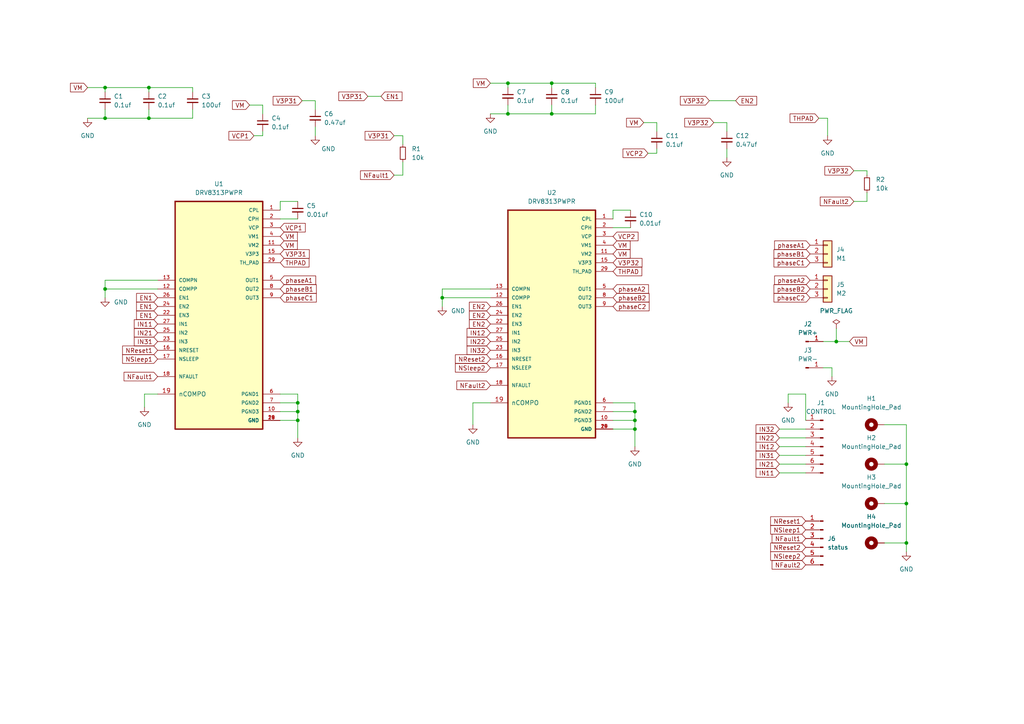
<source format=kicad_sch>
(kicad_sch (version 20211123) (generator eeschema)
  (paper "A4")
  (lib_symbols
    (symbol "Connector:Conn_01x01_Male" (pin_names (offset 1.016) hide)
      (property "Reference" "J" (at 0 2.54 0))
      (property "Value" "Conn_01x01_Male" (at 0 -2.54 0))
      (symbol "Conn_01x01_Male_1_1"
        (polyline (pts (xy 1.27 0) (xy 0.8636 0)) (stroke (width 0.1524)))
        (rectangle (start 0.8636 0.127) (end 0 -0.127) (stroke (width 0.1524)) (fill (type outline)))
        (pin passive line (at 5.08 0 180) (length 3.81) (name "Pin_1") (number "1"))
      )
    )
    (symbol "Connector:Conn_01x06_Male" (pin_names (offset 1.016) hide)
      (property "Reference" "J" (at 0 7.62 0))
      (property "Value" "Conn_01x06_Male" (at 0 -10.16 0))
      (symbol "Conn_01x06_Male_1_1"
        (polyline (pts (xy 1.27 -7.62) (xy 0.8636 -7.62)) (stroke (width 0.1524)))
        (polyline (pts (xy 1.27 -5.08) (xy 0.8636 -5.08)) (stroke (width 0.1524)))
        (polyline (pts (xy 1.27 -2.54) (xy 0.8636 -2.54)) (stroke (width 0.1524)))
        (polyline (pts (xy 1.27 0) (xy 0.8636 0)) (stroke (width 0.1524)))
        (polyline (pts (xy 1.27 2.54) (xy 0.8636 2.54)) (stroke (width 0.1524)))
        (polyline (pts (xy 1.27 5.08) (xy 0.8636 5.08)) (stroke (width 0.1524)))
        (rectangle (start 0.8636 -7.493) (end 0 -7.747) (stroke (width 0.1524)) (fill (type outline)))
        (rectangle (start 0.8636 -4.953) (end 0 -5.207) (stroke (width 0.1524)) (fill (type outline)))
        (rectangle (start 0.8636 -2.413) (end 0 -2.667) (stroke (width 0.1524)) (fill (type outline)))
        (rectangle (start 0.8636 0.127) (end 0 -0.127) (stroke (width 0.1524)) (fill (type outline)))
        (rectangle (start 0.8636 2.667) (end 0 2.413) (stroke (width 0.1524)) (fill (type outline)))
        (rectangle (start 0.8636 5.207) (end 0 4.953) (stroke (width 0.1524)) (fill (type outline)))
        (pin passive line (at 5.08 5.08 180) (length 3.81) (name "Pin_1") (number "1"))
        (pin passive line (at 5.08 2.54 180) (length 3.81) (name "Pin_2") (number "2"))
        (pin passive line (at 5.08 0 180) (length 3.81) (name "Pin_3") (number "3"))
        (pin passive line (at 5.08 -2.54 180) (length 3.81) (name "Pin_4") (number "4"))
        (pin passive line (at 5.08 -5.08 180) (length 3.81) (name "Pin_5") (number "5"))
        (pin passive line (at 5.08 -7.62 180) (length 3.81) (name "Pin_6") (number "6"))
      )
    )
    (symbol "Connector:Conn_01x07_Male" (pin_names (offset 1.016) hide)
      (property "Reference" "J" (at 0 10.16 0))
      (property "Value" "Conn_01x07_Male" (at 0 -10.16 0))
      (symbol "Conn_01x07_Male_1_1"
        (polyline (pts (xy 1.27 -7.62) (xy 0.8636 -7.62)) (stroke (width 0.1524)))
        (polyline (pts (xy 1.27 -5.08) (xy 0.8636 -5.08)) (stroke (width 0.1524)))
        (polyline (pts (xy 1.27 -2.54) (xy 0.8636 -2.54)) (stroke (width 0.1524)))
        (polyline (pts (xy 1.27 0) (xy 0.8636 0)) (stroke (width 0.1524)))
        (polyline (pts (xy 1.27 2.54) (xy 0.8636 2.54)) (stroke (width 0.1524)))
        (polyline (pts (xy 1.27 5.08) (xy 0.8636 5.08)) (stroke (width 0.1524)))
        (polyline (pts (xy 1.27 7.62) (xy 0.8636 7.62)) (stroke (width 0.1524)))
        (rectangle (start 0.8636 -7.493) (end 0 -7.747) (stroke (width 0.1524)) (fill (type outline)))
        (rectangle (start 0.8636 -4.953) (end 0 -5.207) (stroke (width 0.1524)) (fill (type outline)))
        (rectangle (start 0.8636 -2.413) (end 0 -2.667) (stroke (width 0.1524)) (fill (type outline)))
        (rectangle (start 0.8636 0.127) (end 0 -0.127) (stroke (width 0.1524)) (fill (type outline)))
        (rectangle (start 0.8636 2.667) (end 0 2.413) (stroke (width 0.1524)) (fill (type outline)))
        (rectangle (start 0.8636 5.207) (end 0 4.953) (stroke (width 0.1524)) (fill (type outline)))
        (rectangle (start 0.8636 7.747) (end 0 7.493) (stroke (width 0.1524)) (fill (type outline)))
        (pin passive line (at 5.08 7.62 180) (length 3.81) (name "Pin_1") (number "1"))
        (pin passive line (at 5.08 5.08 180) (length 3.81) (name "Pin_2") (number "2"))
        (pin passive line (at 5.08 2.54 180) (length 3.81) (name "Pin_3") (number "3"))
        (pin passive line (at 5.08 0 180) (length 3.81) (name "Pin_4") (number "4"))
        (pin passive line (at 5.08 -2.54 180) (length 3.81) (name "Pin_5") (number "5"))
        (pin passive line (at 5.08 -5.08 180) (length 3.81) (name "Pin_6") (number "6"))
        (pin passive line (at 5.08 -7.62 180) (length 3.81) (name "Pin_7") (number "7"))
      )
    )
    (symbol "Connector_Generic:Conn_01x03" (pin_names (offset 1.016) hide)
      (property "Reference" "J" (at 0 5.08 0))
      (property "Value" "Conn_01x03" (at 0 -5.08 0))
      (symbol "Conn_01x03_1_1"
        (rectangle (start -1.27 -2.413) (end 0 -2.667) (stroke (width 0.1524)))
        (rectangle (start -1.27 0.127) (end 0 -0.127) (stroke (width 0.1524)))
        (rectangle (start -1.27 2.667) (end 0 2.413) (stroke (width 0.1524)))
        (rectangle (start -1.27 3.81) (end 1.27 -3.81) (stroke (width 0.254)) (fill (type background)))
        (pin passive line (at -5.08 2.54 0) (length 3.81) (name "Pin_1") (number "1"))
        (pin passive line (at -5.08 0 0) (length 3.81) (name "Pin_2") (number "2"))
        (pin passive line (at -5.08 -2.54 0) (length 3.81) (name "Pin_3") (number "3"))
      )
    )
    (symbol "DRV8313PWPR_1" (pin_names (offset 1.016))
      (property "Reference" "U?" (at 0 38.1 0))
      (property "Value" "DRV8313PWPR" (at 0 35.56 0))
      (symbol "DRV8313PWPR_1_0_0"
        (rectangle (start -12.7 -33.02) (end 12.7 33.02) (stroke (width 0.4064)) (fill (type background)))
        (pin power_in line (at 17.78 30.48 180) (length 5.08) (name "CPL") (number "1"))
        (pin power_in line (at 17.78 -27.94 180) (length 5.08) (name "PGND3") (number "10"))
        (pin power_in line (at 17.78 20.32 180) (length 5.08) (name "VM2") (number "11"))
        (pin input line (at -17.78 7.62 0) (length 5.08) (name "COMPP") (number "12"))
        (pin input line (at -17.78 10.16 0) (length 5.08) (name "COMPN") (number "13"))
        (pin power_in line (at 17.78 -30.48 180) (length 5.08) (name "GND") (number "14"))
        (pin power_in line (at 17.78 17.78 180) (length 5.08) (name "V3P3") (number "15"))
        (pin input line (at -17.78 -10.16 0) (length 5.08) (name "NRESET") (number "16"))
        (pin input line (at -17.78 -12.7 0) (length 5.08) (name "NSLEEP") (number "17"))
        (pin bidirectional line (at -17.78 -17.78 0) (length 5.08) (name "NFAULT") (number "18"))
        (pin power_in line (at 17.78 27.94 180) (length 5.08) (name "CPH") (number "2"))
        (pin power_in line (at 17.78 -30.48 180) (length 5.08) (name "GND") (number "20"))
        (pin input line (at -17.78 0 0) (length 5.08) (name "EN3") (number "22"))
        (pin input line (at -17.78 -7.62 0) (length 5.08) (name "IN3") (number "23"))
        (pin input line (at -17.78 2.54 0) (length 5.08) (name "EN2") (number "24"))
        (pin input line (at -17.78 -5.08 0) (length 5.08) (name "IN2") (number "25"))
        (pin input line (at -17.78 5.08 0) (length 5.08) (name "EN1") (number "26"))
        (pin input line (at -17.78 -2.54 0) (length 5.08) (name "IN1") (number "27"))
        (pin power_in line (at 17.78 -30.48 180) (length 5.08) (name "GND") (number "28"))
        (pin power_in line (at 17.78 15.24 180) (length 5.08) (name "TH_PAD") (number "29"))
        (pin power_in line (at 17.78 25.4 180) (length 5.08) (name "VCP") (number "3"))
        (pin power_in line (at 17.78 22.86 180) (length 5.08) (name "VM1") (number "4"))
        (pin output line (at 17.78 10.16 180) (length 5.08) (name "OUT1") (number "5"))
        (pin power_in line (at 17.78 -22.86 180) (length 5.08) (name "PGND1") (number "6"))
        (pin power_in line (at 17.78 -25.4 180) (length 5.08) (name "PGND2") (number "7"))
        (pin output line (at 17.78 7.62 180) (length 5.08) (name "OUT2") (number "8"))
        (pin output line (at 17.78 5.08 180) (length 5.08) (name "OUT3") (number "9"))
      )
      (symbol "DRV8313PWPR_1_1_1"
        (pin output line (at -17.78 -22.86 0) (length 5.08) (name "nCOMPO") (number "19"))
      )
    )
    (symbol "DRV8313PWPR_2" (pin_names (offset 1.016))
      (property "Reference" "U2" (at 0 38.1 0))
      (property "Value" "DRV8313PWPR" (at 0 35.56 0))
      (symbol "DRV8313PWPR_2_0_0"
        (rectangle (start -12.7 -33.02) (end 12.7 33.02) (stroke (width 0.4064)) (fill (type background)))
        (pin bidirectional line (at 17.78 30.48 180) (length 5.08) (name "CPL") (number "1"))
        (pin power_out line (at 17.78 -27.94 180) (length 5.08) (name "PGND3") (number "10"))
        (pin power_in line (at 17.78 20.32 180) (length 5.08) (name "VM2") (number "11"))
        (pin input line (at -17.78 7.62 0) (length 5.08) (name "COMPP") (number "12"))
        (pin input line (at -17.78 10.16 0) (length 5.08) (name "COMPN") (number "13"))
        (pin power_out line (at 17.78 -30.48 180) (length 5.08) (name "GND") (number "14"))
        (pin power_out line (at 17.78 17.78 180) (length 5.08) (name "V3P3") (number "15"))
        (pin input line (at -17.78 -10.16 0) (length 5.08) (name "NRESET") (number "16"))
        (pin input line (at -17.78 -12.7 0) (length 5.08) (name "NSLEEP") (number "17"))
        (pin bidirectional line (at -17.78 -17.78 0) (length 5.08) (name "NFAULT") (number "18"))
        (pin bidirectional line (at 17.78 27.94 180) (length 5.08) (name "CPH") (number "2"))
        (pin power_out line (at 17.78 -30.48 180) (length 5.08) (name "GND") (number "20"))
        (pin input line (at -17.78 0 0) (length 5.08) (name "EN3") (number "22"))
        (pin input line (at -17.78 -7.62 0) (length 5.08) (name "IN3") (number "23"))
        (pin input line (at -17.78 2.54 0) (length 5.08) (name "EN2") (number "24"))
        (pin input line (at -17.78 -5.08 0) (length 5.08) (name "IN2") (number "25"))
        (pin input line (at -17.78 5.08 0) (length 5.08) (name "EN1") (number "26"))
        (pin input line (at -17.78 -2.54 0) (length 5.08) (name "IN1") (number "27"))
        (pin power_out line (at 17.78 -30.48 180) (length 5.08) (name "GND") (number "28"))
        (pin power_out line (at 17.78 15.24 180) (length 5.08) (name "TH_PAD") (number "29"))
        (pin power_in line (at 17.78 25.4 180) (length 5.08) (name "VCP") (number "3"))
        (pin power_in line (at 17.78 22.86 180) (length 5.08) (name "VM1") (number "4"))
        (pin output line (at 17.78 10.16 180) (length 5.08) (name "OUT1") (number "5"))
        (pin power_out line (at 17.78 -22.86 180) (length 5.08) (name "PGND1") (number "6"))
        (pin power_out line (at 17.78 -25.4 180) (length 5.08) (name "PGND2") (number "7"))
        (pin output line (at 17.78 7.62 180) (length 5.08) (name "OUT2") (number "8"))
        (pin output line (at 17.78 5.08 180) (length 5.08) (name "OUT3") (number "9"))
      )
      (symbol "DRV8313PWPR_2_1_1"
        (pin output line (at -17.78 -22.86 0) (length 5.08) (name "nCOMPO") (number "19"))
      )
    )
    (symbol "Device:C_Small" (pin_numbers hide) (pin_names (offset 0.254) hide)
      (property "Reference" "C" (at 0.254 1.778 0))
      (property "Value" "C_Small" (at 0.254 -2.032 0))
      (symbol "C_Small_0_1"
        (polyline (pts (xy -1.524 -0.508) (xy 1.524 -0.508)) (stroke (width 0.3302)))
        (polyline (pts (xy -1.524 0.508) (xy 1.524 0.508)) (stroke (width 0.3048)))
      )
      (symbol "C_Small_1_1"
        (pin passive line (at 0 2.54 270) (length 2.032) (name "~") (number "1"))
        (pin passive line (at 0 -2.54 90) (length 2.032) (name "~") (number "2"))
      )
    )
    (symbol "Device:R_Small" (pin_numbers hide) (pin_names (offset 0.254) hide)
      (property "Reference" "R" (at 0.762 0.508 0))
      (property "Value" "R_Small" (at 0.762 -1.016 0))
      (symbol "R_Small_0_1"
        (rectangle (start -0.762 1.778) (end 0.762 -1.778) (stroke (width 0.2032)))
      )
      (symbol "R_Small_1_1"
        (pin passive line (at 0 2.54 270) (length 0.762) (name "~") (number "1"))
        (pin passive line (at 0 -2.54 90) (length 0.762) (name "~") (number "2"))
      )
    )
    (symbol "Mechanical:MountingHole_Pad" (pin_numbers hide) (pin_names (offset 1.016) hide)
      (property "Reference" "H" (at 0 6.35 0))
      (property "Value" "MountingHole_Pad" (at 0 4.445 0))
      (symbol "MountingHole_Pad_0_1"
        (circle (center 0 1.27) (radius 1.27) (stroke (width 1.27)))
      )
      (symbol "MountingHole_Pad_1_1"
        (pin input line (at 0 -2.54 90) (length 2.54) (name "1") (number "1"))
      )
    )
    (symbol "power:GND" (power) (pin_names (offset 0))
      (property "Value" "GND" (at 0 -3.81 0))
      (symbol "GND_0_1"
        (polyline (pts (xy 0 0) (xy 0 -1.27) (xy 1.27 -1.27) (xy 0 -2.54) (xy -1.27 -1.27) (xy 0 -1.27)))
      )
      (symbol "GND_1_1"
        (pin power_in line (at 0 0 270) (length 0) hide (name "GND") (number "1"))
      )
    )
    (symbol "power:PWR_FLAG" (power) (pin_numbers hide) (pin_names (offset 0) hide)
      (property "Value" "PWR_FLAG" (at 0 3.81 0))
      (symbol "PWR_FLAG_0_0"
        (pin power_out line (at 0 0 90) (length 0) (name "pwr") (number "1"))
      )
      (symbol "PWR_FLAG_0_1"
        (polyline (pts (xy 0 0) (xy 0 1.27) (xy -1.016 1.905) (xy 0 2.54) (xy 1.016 1.905) (xy 0 1.27)))
      )
    )
  )
  (junction (at 86.36 119.38))
  (junction (at 86.36 116.84))
  (junction (at 86.36 121.92))
  (junction (at 242.57 99.06))
  (junction (at 43.18 34.29))
  (junction (at 147.32 33.02))
  (junction (at 262.89 157.48))
  (junction (at 184.15 119.38))
  (junction (at 160.02 24.13))
  (junction (at 43.18 25.4))
  (junction (at 184.15 121.92))
  (junction (at 262.89 146.05))
  (junction (at 30.48 25.4))
  (junction (at 262.89 134.62))
  (junction (at 128.27 86.36))
  (junction (at 30.48 34.29))
  (junction (at 30.48 83.82))
  (junction (at 160.02 33.02))
  (junction (at 184.15 124.46))
  (junction (at 147.32 24.13))
  (wire (pts (xy 242.57 99.06) (xy 238.76 99.06)))
  (wire (pts (xy 240.03 34.29) (xy 240.03 39.37)))
  (wire (pts (xy 81.28 60.96) (xy 81.28 58.42)))
  (wire (pts (xy 81.28 58.42) (xy 86.36 58.42)))
  (wire (pts (xy 177.8 124.46) (xy 184.15 124.46)))
  (wire (pts (xy 207.01 35.56) (xy 210.82 35.56)))
  (wire (pts (xy 226.06 137.16) (xy 233.68 137.16)))
  (wire (pts (xy 30.48 25.4) (xy 30.48 26.67)))
  (wire (pts (xy 177.8 119.38) (xy 184.15 119.38)))
  (wire (pts (xy 30.48 31.75) (xy 30.48 34.29)))
  (wire (pts (xy 205.74 29.21) (xy 213.36 29.21)))
  (wire (pts (xy 190.5 43.18) (xy 190.5 44.45)))
  (wire (pts (xy 172.72 33.02) (xy 160.02 33.02)))
  (wire (pts (xy 137.16 116.84) (xy 137.16 123.19)))
  (wire (pts (xy 30.48 83.82) (xy 30.48 86.36)))
  (wire (pts (xy 55.88 34.29) (xy 43.18 34.29)))
  (wire (pts (xy 55.88 31.75) (xy 55.88 34.29)))
  (wire (pts (xy 228.6 114.3) (xy 233.68 114.3)))
  (wire (pts (xy 72.39 30.48) (xy 76.2 30.48)))
  (wire (pts (xy 160.02 30.48) (xy 160.02 33.02)))
  (wire (pts (xy 86.36 121.92) (xy 81.28 121.92)))
  (wire (pts (xy 43.18 25.4) (xy 30.48 25.4)))
  (wire (pts (xy 116.84 41.91) (xy 116.84 39.37)))
  (wire (pts (xy 251.46 58.42) (xy 247.65 58.42)))
  (wire (pts (xy 91.44 29.21) (xy 91.44 31.75)))
  (wire (pts (xy 116.84 46.99) (xy 116.84 50.8)))
  (wire (pts (xy 30.48 83.82) (xy 45.72 83.82)))
  (wire (pts (xy 241.3 106.68) (xy 238.76 106.68)))
  (wire (pts (xy 160.02 24.13) (xy 147.32 24.13)))
  (wire (pts (xy 45.72 81.28) (xy 30.48 81.28)))
  (wire (pts (xy 241.3 109.22) (xy 241.3 106.68)))
  (wire (pts (xy 190.5 35.56) (xy 190.5 38.1)))
  (wire (pts (xy 184.15 121.92) (xy 184.15 124.46)))
  (wire (pts (xy 55.88 26.67) (xy 55.88 25.4)))
  (wire (pts (xy 86.36 119.38) (xy 86.36 121.92)))
  (wire (pts (xy 177.8 116.84) (xy 184.15 116.84)))
  (wire (pts (xy 177.8 63.5) (xy 177.8 60.96)))
  (wire (pts (xy 45.72 114.3) (xy 41.91 114.3)))
  (wire (pts (xy 43.18 34.29) (xy 30.48 34.29)))
  (wire (pts (xy 177.8 60.96) (xy 182.88 60.96)))
  (wire (pts (xy 30.48 81.28) (xy 30.48 83.82)))
  (wire (pts (xy 86.36 127) (xy 86.36 121.92)))
  (wire (pts (xy 30.48 34.29) (xy 25.4 34.29)))
  (wire (pts (xy 262.89 146.05) (xy 262.89 157.48)))
  (wire (pts (xy 128.27 86.36) (xy 128.27 88.9)))
  (wire (pts (xy 256.54 146.05) (xy 262.89 146.05)))
  (wire (pts (xy 233.68 121.92) (xy 233.68 114.3)))
  (wire (pts (xy 81.28 119.38) (xy 86.36 119.38)))
  (wire (pts (xy 184.15 119.38) (xy 184.15 121.92)))
  (wire (pts (xy 184.15 116.84) (xy 184.15 119.38)))
  (wire (pts (xy 172.72 25.4) (xy 172.72 24.13)))
  (wire (pts (xy 128.27 83.82) (xy 128.27 86.36)))
  (wire (pts (xy 43.18 25.4) (xy 43.18 26.67)))
  (wire (pts (xy 86.36 114.3) (xy 86.36 116.84)))
  (wire (pts (xy 128.27 86.36) (xy 142.24 86.36)))
  (wire (pts (xy 262.89 123.19) (xy 262.89 134.62)))
  (wire (pts (xy 55.88 25.4) (xy 43.18 25.4)))
  (wire (pts (xy 256.54 134.62) (xy 262.89 134.62)))
  (wire (pts (xy 81.28 114.3) (xy 86.36 114.3)))
  (wire (pts (xy 251.46 50.8) (xy 251.46 49.53)))
  (wire (pts (xy 228.6 114.3) (xy 228.6 116.84)))
  (wire (pts (xy 237.49 34.29) (xy 240.03 34.29)))
  (wire (pts (xy 41.91 114.3) (xy 41.91 118.11)))
  (wire (pts (xy 210.82 43.18) (xy 210.82 45.72)))
  (wire (pts (xy 226.06 127) (xy 233.68 127)))
  (wire (pts (xy 43.18 31.75) (xy 43.18 34.29)))
  (wire (pts (xy 186.69 35.56) (xy 190.5 35.56)))
  (wire (pts (xy 76.2 38.1) (xy 76.2 39.37)))
  (wire (pts (xy 76.2 30.48) (xy 76.2 33.02)))
  (wire (pts (xy 251.46 55.88) (xy 251.46 58.42)))
  (wire (pts (xy 226.06 134.62) (xy 233.68 134.62)))
  (wire (pts (xy 116.84 50.8) (xy 114.3 50.8)))
  (wire (pts (xy 160.02 33.02) (xy 147.32 33.02)))
  (wire (pts (xy 147.32 33.02) (xy 142.24 33.02)))
  (wire (pts (xy 177.8 121.92) (xy 184.15 121.92)))
  (wire (pts (xy 86.36 116.84) (xy 86.36 119.38)))
  (wire (pts (xy 142.24 83.82) (xy 128.27 83.82)))
  (wire (pts (xy 246.38 99.06) (xy 242.57 99.06)))
  (wire (pts (xy 251.46 49.53) (xy 247.65 49.53)))
  (wire (pts (xy 256.54 157.48) (xy 262.89 157.48)))
  (wire (pts (xy 160.02 24.13) (xy 160.02 25.4)))
  (wire (pts (xy 226.06 132.08) (xy 233.68 132.08)))
  (wire (pts (xy 177.8 66.04) (xy 182.88 66.04)))
  (wire (pts (xy 91.44 36.83) (xy 91.44 39.37)))
  (wire (pts (xy 147.32 30.48) (xy 147.32 33.02)))
  (wire (pts (xy 226.06 129.54) (xy 233.68 129.54)))
  (wire (pts (xy 142.24 116.84) (xy 137.16 116.84)))
  (wire (pts (xy 81.28 116.84) (xy 86.36 116.84)))
  (wire (pts (xy 262.89 134.62) (xy 262.89 146.05)))
  (wire (pts (xy 256.54 123.19) (xy 262.89 123.19)))
  (wire (pts (xy 184.15 124.46) (xy 184.15 129.54)))
  (wire (pts (xy 172.72 24.13) (xy 160.02 24.13)))
  (wire (pts (xy 25.4 25.4) (xy 30.48 25.4)))
  (wire (pts (xy 242.57 95.25) (xy 242.57 99.06)))
  (wire (pts (xy 81.28 63.5) (xy 86.36 63.5)))
  (wire (pts (xy 87.63 29.21) (xy 91.44 29.21)))
  (wire (pts (xy 172.72 30.48) (xy 172.72 33.02)))
  (wire (pts (xy 147.32 24.13) (xy 147.32 25.4)))
  (wire (pts (xy 106.68 27.94) (xy 110.49 27.94)))
  (wire (pts (xy 190.5 44.45) (xy 187.96 44.45)))
  (wire (pts (xy 76.2 39.37) (xy 73.66 39.37)))
  (wire (pts (xy 226.06 124.46) (xy 233.68 124.46)))
  (wire (pts (xy 116.84 39.37) (xy 114.3 39.37)))
  (wire (pts (xy 142.24 24.13) (xy 147.32 24.13)))
  (wire (pts (xy 210.82 35.56) (xy 210.82 38.1)))
  (wire (pts (xy 262.89 157.48) (xy 262.89 160.02)))
  (global_label "phaseC1" (shape input) (at 234.95 76.2 180) (property "Riferimenti inter-foglio" "${INTERSHEET_REFS}" (effects hide)))
  (global_label "V3P32" (shape input) (at 205.74 29.21 180) (property "Riferimenti inter-foglio" "${INTERSHEET_REFS}" (effects hide)))
  (global_label "NSleep2" (shape input) (at 142.24 106.68 180) (property "Riferimenti inter-foglio" "${INTERSHEET_REFS}" (effects hide)))
  (global_label "phaseC2" (shape input) (at 177.8 88.9 0) (property "Riferimenti inter-foglio" "${INTERSHEET_REFS}" (effects hide)))
  (global_label "THPAD" (shape input) (at 237.49 34.29 180) (property "Riferimenti inter-foglio" "${INTERSHEET_REFS}" (effects hide)))
  (global_label "NReset1" (shape input) (at 45.72 101.6 180) (property "Riferimenti inter-foglio" "${INTERSHEET_REFS}" (effects hide)))
  (global_label "VM" (shape input) (at 72.39 30.48 180) (property "Riferimenti inter-foglio" "${INTERSHEET_REFS}" (effects hide)))
  (global_label "VM" (shape input) (at 81.28 68.58 0) (property "Riferimenti inter-foglio" "${INTERSHEET_REFS}" (effects hide)))
  (global_label "NReset1" (shape input) (at 233.68 151.13 180) (property "Riferimenti inter-foglio" "${INTERSHEET_REFS}" (effects hide)))
  (global_label "V3P31" (shape input) (at 87.63 29.21 180) (property "Riferimenti inter-foglio" "${INTERSHEET_REFS}" (effects hide)))
  (global_label "V3P32" (shape input) (at 247.65 49.53 180) (property "Riferimenti inter-foglio" "${INTERSHEET_REFS}" (effects hide)))
  (global_label "phaseA1" (shape input) (at 81.28 81.28 0) (property "Riferimenti inter-foglio" "${INTERSHEET_REFS}" (effects hide)))
  (global_label "NFault2" (shape input) (at 233.68 163.83 180) (property "Riferimenti inter-foglio" "${INTERSHEET_REFS}" (effects hide)))
  (global_label "IN21" (shape input) (at 226.06 134.62 180) (property "Riferimenti inter-foglio" "${INTERSHEET_REFS}" (effects hide)))
  (global_label "EN1" (shape input) (at 45.72 91.44 180) (property "Riferimenti inter-foglio" "${INTERSHEET_REFS}" (effects hide)))
  (global_label "IN22" (shape input) (at 226.06 127 180) (property "Riferimenti inter-foglio" "${INTERSHEET_REFS}" (effects hide)))
  (global_label "phaseC1" (shape input) (at 81.28 86.36 0) (property "Riferimenti inter-foglio" "${INTERSHEET_REFS}" (effects hide)))
  (global_label "EN2" (shape input) (at 142.24 88.9 180) (property "Riferimenti inter-foglio" "${INTERSHEET_REFS}" (effects hide)))
  (global_label "VM" (shape input) (at 177.8 73.66 0) (property "Riferimenti inter-foglio" "${INTERSHEET_REFS}" (effects hide)))
  (global_label "NFault1" (shape input) (at 114.3 50.8 180) (property "Riferimenti inter-foglio" "${INTERSHEET_REFS}" (effects hide)))
  (global_label "V3P31" (shape input) (at 114.3 39.37 180) (property "Riferimenti inter-foglio" "${INTERSHEET_REFS}" (effects hide)))
  (global_label "V3P31" (shape input) (at 106.68 27.94 180) (property "Riferimenti inter-foglio" "${INTERSHEET_REFS}" (effects hide)))
  (global_label "NFault1" (shape input) (at 45.72 109.22 180) (property "Riferimenti inter-foglio" "${INTERSHEET_REFS}" (effects hide)))
  (global_label "IN32" (shape input) (at 142.24 101.6 180) (property "Riferimenti inter-foglio" "${INTERSHEET_REFS}" (effects hide)))
  (global_label "IN31" (shape input) (at 45.72 99.06 180) (property "Riferimenti inter-foglio" "${INTERSHEET_REFS}" (effects hide)))
  (global_label "NSleep1" (shape input) (at 45.72 104.14 180) (property "Riferimenti inter-foglio" "${INTERSHEET_REFS}" (effects hide)))
  (global_label "VCP1" (shape input) (at 73.66 39.37 180) (property "Riferimenti inter-foglio" "${INTERSHEET_REFS}" (effects hide)))
  (global_label "THPAD" (shape input) (at 81.28 76.2 0) (property "Riferimenti inter-foglio" "${INTERSHEET_REFS}" (effects hide)))
  (global_label "NSleep2" (shape input) (at 233.68 161.29 180) (property "Riferimenti inter-foglio" "${INTERSHEET_REFS}" (effects hide)))
  (global_label "VM" (shape input) (at 186.69 35.56 180) (property "Riferimenti inter-foglio" "${INTERSHEET_REFS}" (effects hide)))
  (global_label "IN11" (shape input) (at 45.72 93.98 180) (property "Riferimenti inter-foglio" "${INTERSHEET_REFS}" (effects hide)))
  (global_label "phaseC2" (shape input) (at 234.95 86.36 180) (property "Riferimenti inter-foglio" "${INTERSHEET_REFS}" (effects hide)))
  (global_label "IN32" (shape input) (at 226.06 124.46 180) (property "Riferimenti inter-foglio" "${INTERSHEET_REFS}" (effects hide)))
  (global_label "IN12" (shape input) (at 226.06 129.54 180) (property "Riferimenti inter-foglio" "${INTERSHEET_REFS}" (effects hide)))
  (global_label "NFault2" (shape input) (at 247.65 58.42 180) (property "Riferimenti inter-foglio" "${INTERSHEET_REFS}" (effects hide)))
  (global_label "VM" (shape input) (at 25.4 25.4 180) (property "Riferimenti inter-foglio" "${INTERSHEET_REFS}" (effects hide)))
  (global_label "EN2" (shape input) (at 142.24 91.44 180) (property "Riferimenti inter-foglio" "${INTERSHEET_REFS}" (effects hide)))
  (global_label "IN31" (shape input) (at 226.06 132.08 180) (property "Riferimenti inter-foglio" "${INTERSHEET_REFS}" (effects hide)))
  (global_label "V3P31" (shape input) (at 81.28 73.66 0) (property "Riferimenti inter-foglio" "${INTERSHEET_REFS}" (effects hide)))
  (global_label "VM" (shape input) (at 142.24 24.13 180) (property "Riferimenti inter-foglio" "${INTERSHEET_REFS}" (effects hide)))
  (global_label "EN2" (shape input) (at 213.36 29.21 0) (property "Riferimenti inter-foglio" "${INTERSHEET_REFS}" (effects hide)))
  (global_label "V3P32" (shape input) (at 207.01 35.56 180) (property "Riferimenti inter-foglio" "${INTERSHEET_REFS}" (effects hide)))
  (global_label "phaseB2" (shape input) (at 177.8 86.36 0) (property "Riferimenti inter-foglio" "${INTERSHEET_REFS}" (effects hide)))
  (global_label "IN12" (shape input) (at 142.24 96.52 180) (property "Riferimenti inter-foglio" "${INTERSHEET_REFS}" (effects hide)))
  (global_label "phaseB1" (shape input) (at 234.95 73.66 180) (property "Riferimenti inter-foglio" "${INTERSHEET_REFS}" (effects hide)))
  (global_label "phaseB1" (shape input) (at 81.28 83.82 0) (property "Riferimenti inter-foglio" "${INTERSHEET_REFS}" (effects hide)))
  (global_label "IN11" (shape input) (at 226.06 137.16 180) (property "Riferimenti inter-foglio" "${INTERSHEET_REFS}" (effects hide)))
  (global_label "THPAD" (shape input) (at 177.8 78.74 0) (property "Riferimenti inter-foglio" "${INTERSHEET_REFS}" (effects hide)))
  (global_label "EN1" (shape input) (at 45.72 88.9 180) (property "Riferimenti inter-foglio" "${INTERSHEET_REFS}" (effects hide)))
  (global_label "VCP2" (shape input) (at 187.96 44.45 180) (property "Riferimenti inter-foglio" "${INTERSHEET_REFS}" (effects hide)))
  (global_label "NReset2" (shape input) (at 233.68 158.75 180) (property "Riferimenti inter-foglio" "${INTERSHEET_REFS}" (effects hide)))
  (global_label "EN1" (shape input) (at 110.49 27.94 0) (property "Riferimenti inter-foglio" "${INTERSHEET_REFS}" (effects hide)))
  (global_label "EN2" (shape input) (at 142.24 93.98 180) (property "Riferimenti inter-foglio" "${INTERSHEET_REFS}" (effects hide)))
  (global_label "VCP1" (shape input) (at 81.28 66.04 0) (property "Riferimenti inter-foglio" "${INTERSHEET_REFS}" (effects hide)))
  (global_label "IN21" (shape input) (at 45.72 96.52 180) (property "Riferimenti inter-foglio" "${INTERSHEET_REFS}" (effects hide)))
  (global_label "VM" (shape input) (at 177.8 71.12 0) (property "Riferimenti inter-foglio" "${INTERSHEET_REFS}" (effects hide)))
  (global_label "phaseB2" (shape input) (at 234.95 83.82 180) (property "Riferimenti inter-foglio" "${INTERSHEET_REFS}" (effects hide)))
  (global_label "NSleep1" (shape input) (at 233.68 153.67 180) (property "Riferimenti inter-foglio" "${INTERSHEET_REFS}" (effects hide)))
  (global_label "phaseA2" (shape input) (at 177.8 83.82 0) (property "Riferimenti inter-foglio" "${INTERSHEET_REFS}" (effects hide)))
  (global_label "V3P32" (shape input) (at 177.8 76.2 0) (property "Riferimenti inter-foglio" "${INTERSHEET_REFS}" (effects hide)))
  (global_label "VM" (shape input) (at 246.38 99.06 0) (property "Riferimenti inter-foglio" "${INTERSHEET_REFS}" (effects hide)))
  (global_label "phaseA1" (shape input) (at 234.95 71.12 180) (property "Riferimenti inter-foglio" "${INTERSHEET_REFS}" (effects hide)))
  (global_label "EN1" (shape input) (at 45.72 86.36 180) (property "Riferimenti inter-foglio" "${INTERSHEET_REFS}" (effects hide)))
  (global_label "phaseA2" (shape input) (at 234.95 81.28 180) (property "Riferimenti inter-foglio" "${INTERSHEET_REFS}" (effects hide)))
  (global_label "VM" (shape input) (at 81.28 71.12 0) (property "Riferimenti inter-foglio" "${INTERSHEET_REFS}" (effects hide)))
  (global_label "NReset2" (shape input) (at 142.24 104.14 180) (property "Riferimenti inter-foglio" "${INTERSHEET_REFS}" (effects hide)))
  (global_label "NFault1" (shape input) (at 233.68 156.21 180) (property "Riferimenti inter-foglio" "${INTERSHEET_REFS}" (effects hide)))
  (global_label "IN22" (shape input) (at 142.24 99.06 180) (property "Riferimenti inter-foglio" "${INTERSHEET_REFS}" (effects hide)))
  (global_label "VCP2" (shape input) (at 177.8 68.58 0) (property "Riferimenti inter-foglio" "${INTERSHEET_REFS}" (effects hide)))
  (global_label "NFault2" (shape input) (at 142.24 111.76 180) (property "Riferimenti inter-foglio" "${INTERSHEET_REFS}" (effects hide)))
  (symbol (lib_id "power:GND") (at 25.4 34.29 0) (unit 1)
    (property "Reference" "#PWR01" (effects hide))
    (property "Value" "GND" (at 25.4 39.37 0))
  )
  (symbol (lib_id "Connector_Generic:Conn_01x03") (at 240.03 73.66 0) (unit 1)
    (property "Reference" "J4" (at 242.57 72.3899 0) (effects (justify left)))
    (property "Value" "M1" (at 242.57 74.9299 0) (effects (justify left)))
    (property "Footprint" "Connector_PinHeader_2.54mm:PinHeader_1x03_P2.54mm_Vertical" (effects hide))
    (property "Footprint" "Connector_PinHeader_2.54mm:PinHeader_1x03_P2.54mm_Vertical" (effects hide))
    (property "Reference" "J4" (effects hide))
    (property "Value" "M1" (effects hide))
  )
  (symbol (lib_id "Device:R_Small") (at 251.46 53.34 0) (unit 1)
    (property "Reference" "R2" (at 254 52.0699 0) (effects (justify left)))
    (property "Value" "10k" (at 254 54.6099 0) (effects (justify left)))
    (property "Footprint" "Resistor_SMD:R_0603_1608Metric" (effects hide))
    (property "LCSC" "C25804" (effects hide))
  )
  (symbol (lib_id "power:GND") (at 142.24 33.02 0) (unit 1)
    (property "Reference" "#PWR08" (effects hide))
    (property "Value" "GND" (at 142.24 38.1 0))
  )
  (symbol (lib_id "Device:C_Small") (at 55.88 29.21 0) (unit 1)
    (property "Reference" "C3" (at 58.42 27.9462 0) (effects (justify left)))
    (property "Value" "100uf" (at 58.42 30.4862 0) (effects (justify left)))
    (property "Footprint" "Capacitor_SMD:CP_Elec_8x10" (effects hide))
    (property "LCSC" "C445063" (effects hide))
  )
  (symbol (lib_id "Device:C_Small") (at 76.2 35.56 0) (unit 1)
    (property "Reference" "C4" (at 78.74 34.2962 0) (effects (justify left)))
    (property "Value" "0.1uf" (at 78.74 36.8362 0) (effects (justify left)))
    (property "Footprint" "Capacitor_SMD:C_0603_1608Metric" (effects hide))
    (property "LCSC" "C14663" (effects hide))
  )
  (symbol (lib_id "power:GND") (at 91.44 39.37 0) (unit 1)
    (property "Reference" "#PWR05" (effects hide))
    (property "Value" "GND" (at 95.25 43.18 0))
  )
  (symbol (lib_id "power:GND") (at 210.82 45.72 0) (unit 1)
    (property "Reference" "#PWR010" (effects hide))
    (property "Value" "GND" (at 210.82 50.8 0))
  )
  (symbol (lib_id "power:GND") (at 41.91 118.11 0) (unit 1)
    (property "Reference" "#PWR03" (effects hide))
    (property "Value" "GND" (at 41.91 123.19 0))
  )
  (symbol (lib_id "Device:C_Small") (at 43.18 29.21 0) (unit 1)
    (property "Reference" "C2" (at 45.72 27.9462 0) (effects (justify left)))
    (property "Value" "0.1uf" (at 45.72 30.4862 0) (effects (justify left)))
    (property "Footprint" "Capacitor_SMD:C_0603_1608Metric" (effects hide))
    (property "LCSC" "C14663" (effects hide))
  )
  (symbol (lib_id "Device:C_Small") (at 182.88 63.5 0) (unit 1)
    (property "Reference" "C10" (at 185.42 62.2362 0) (effects (justify left)))
    (property "Value" "0.01uf" (at 185.42 64.7762 0) (effects (justify left)))
    (property "Footprint" "Capacitor_SMD:C_0603_1608Metric" (effects hide))
    (property "LCSC" "C57112" (effects hide))
  )
  (symbol (lib_id "Mechanical:MountingHole_Pad") (at 254 123.19 90) (unit 1)
    (property "Reference" "H1" (at 252.73 115.57 90))
    (property "Value" "MountingHole_Pad" (at 252.73 118.11 90))
    (property "Footprint" "MountingHole:MountingHole_2.5mm_Pad_Via" (effects hide))
  )
  (symbol (lib_id "power:GND") (at 86.36 127 0) (unit 1)
    (property "Reference" "#PWR04" (effects hide))
    (property "Value" "GND" (at 86.36 132.08 0))
  )
  (symbol (lib_id "power:GND") (at 228.6 116.84 0) (mirror y) (unit 1)
    (property "Reference" "#PWR0101" (effects hide))
    (property "Value" "GND" (at 228.6 121.92 0))
  )
  (symbol (lib_id "power:GND") (at 30.48 86.36 0) (unit 1)
    (property "Reference" "#PWR02" (effects hide))
    (property "Value" "GND" (at 33.02 87.63 0) (effects (justify left)))
  )
  (symbol (lib_id "Device:R_Small") (at 116.84 44.45 0) (unit 1)
    (property "Reference" "R1" (at 119.38 43.1799 0) (effects (justify left)))
    (property "Value" "10k" (at 119.38 45.7199 0) (effects (justify left)))
    (property "Footprint" "Resistor_SMD:R_0603_1608Metric" (effects hide))
    (property "Footprint" "Resistor_SMD:R_0603_1608Metric" (effects hide))
    (property "Reference" "R1" (effects hide))
    (property "Value" "10k" (effects hide))
    (property "LCSC" "C25804" (effects hide))
  )
  (symbol (lib_id "Mechanical:MountingHole_Pad") (at 254 157.48 90) (unit 1)
    (property "Reference" "H4" (at 252.73 149.86 90))
    (property "Value" "MountingHole_Pad" (at 252.73 152.4 90))
    (property "Footprint" "MountingHole:MountingHole_2.5mm_Pad_Via" (effects hide))
  )
  (symbol (lib_id "Connector:Conn_01x01_Male") (at 233.68 106.68 0) (unit 1)
    (property "Reference" "J3" (at 234.315 101.6 0))
    (property "Value" "PWR-" (at 234.315 104.14 0))
    (property "Footprint" "Connector_Wire:SolderWirePad_1x01_SMD_5x10mm" (effects hide))
  )
  (symbol (lib_id "Device:C_Small") (at 91.44 34.29 0) (unit 1)
    (property "Reference" "C6" (at 93.98 33.0262 0) (effects (justify left)))
    (property "Value" "0.47uf" (at 93.98 35.5662 0) (effects (justify left)))
    (property "Footprint" "Capacitor_SMD:C_0603_1608Metric" (effects hide))
    (property "LCSC" "C1623" (effects hide))
  )
  (symbol (lib_id "power:GND") (at 137.16 123.19 0) (unit 1)
    (property "Reference" "#PWR07" (effects hide))
    (property "Value" "GND" (at 137.16 128.27 0))
  )
  (symbol (lib_id "Connector_Generic:Conn_01x03") (at 240.03 83.82 0) (unit 1)
    (property "Reference" "J5" (at 242.57 82.5499 0) (effects (justify left)))
    (property "Value" "M2" (at 242.57 85.0899 0) (effects (justify left)))
    (property "Footprint" "Connector_PinHeader_2.54mm:PinHeader_1x03_P2.54mm_Vertical" (effects hide))
  )
  (symbol (lib_id "Connector:Conn_01x06_Male") (at 238.76 156.21 0) (mirror y) (unit 1)
    (property "Reference" "J6" (at 240.03 156.2099 0) (effects (justify right)))
    (property "Value" "status" (at 240.03 158.7499 0) (effects (justify right)))
    (property "Footprint" "Connector_PinHeader_2.54mm:PinHeader_1x06_P2.54mm_Horizontal" (effects hide))
    (property "Footprint" "Connector_PinHeader_2.54mm:PinHeader_1x06_P2.54mm_Horizontal" (effects hide))
    (property "Reference" "J6" (effects hide))
    (property "Value" "status" (effects hide))
  )
  (symbol (lib_id "power:PWR_FLAG") (at 242.57 95.25 0) (unit 1)
    (property "Reference" "#FLG02" (effects hide))
    (property "Value" "PWR_FLAG" (at 242.57 90.17 0))
  )
  (symbol (lib_id "Device:C_Small") (at 172.72 27.94 0) (unit 1)
    (property "Reference" "C9" (at 175.26 26.6762 0) (effects (justify left)))
    (property "Value" "100uf" (at 175.26 29.2162 0) (effects (justify left)))
    (property "Footprint" "Capacitor_SMD:CP_Elec_8x10" (effects hide))
    (property "LCSC" "C445063" (effects hide))
  )
  (symbol (lib_id "power:GND") (at 184.15 129.54 0) (unit 1)
    (property "Reference" "#PWR09" (effects hide))
    (property "Value" "GND" (at 184.15 134.62 0))
  )
  (symbol (lib_id "Device:C_Small") (at 190.5 40.64 0) (unit 1)
    (property "Reference" "C11" (at 193.04 39.3762 0) (effects (justify left)))
    (property "Value" "0.1uf" (at 193.04 41.9162 0) (effects (justify left)))
    (property "Footprint" "Capacitor_SMD:C_0603_1608Metric" (effects hide))
    (property "LCSC" "C14663" (effects hide))
  )
  (symbol (lib_id "power:GND") (at 128.27 88.9 0) (unit 1)
    (property "Reference" "#PWR06" (effects hide))
    (property "Value" "GND" (at 130.81 90.1699 0) (effects (justify left)))
  )
  (symbol (lib_id "Device:C_Small") (at 86.36 60.96 0) (unit 1)
    (property "Reference" "C5" (at 88.9 59.6962 0) (effects (justify left)))
    (property "Value" "0.01uf" (at 88.9 62.2362 0) (effects (justify left)))
    (property "Footprint" "Capacitor_SMD:C_0603_1608Metric" (effects hide))
    (property "LCSC" "C57112" (effects hide))
  )
  (symbol (lib_id "Connector:Conn_01x07_Male") (at 238.76 129.54 0) (mirror y) (unit 1)
    (property "Reference" "J1" (at 238.125 116.84 0))
    (property "Value" "CONTROL" (at 238.125 119.38 0))
    (property "Footprint" "Connector_PinHeader_2.54mm:PinHeader_1x07_P2.54mm_Horizontal" (effects hide))
    (property "Footprint" "Connector_PinHeader_2.54mm:PinHeader_1x07_P2.54mm_Horizontal" (effects hide))
    (property "Reference" "J1" (effects hide))
    (property "Value" "CONTROL" (effects hide))
  )
  (symbol (lib_id "Device:C_Small") (at 210.82 40.64 0) (unit 1)
    (property "Reference" "C12" (at 213.36 39.3762 0) (effects (justify left)))
    (property "Value" "0.47uf" (at 213.36 41.9162 0) (effects (justify left)))
    (property "Footprint" "Capacitor_SMD:C_0603_1608Metric" (effects hide))
    (property "LCSC" "C1623" (effects hide))
  )
  (symbol (lib_id "power:GND") (at 240.03 39.37 0) (unit 1)
    (property "Reference" "#PWR012" (effects hide))
    (property "Value" "GND" (at 240.03 44.45 0))
  )
  (symbol (lib_name "DRV8313PWPR_1") (lib_id "DRV8313PWPR:DRV8313PWPR") (at 63.5 91.44 0) (unit 1)
    (property "Reference" "U1" (at 63.5 53.34 0))
    (property "Value" "DRV8313PWPR" (at 63.5 55.88 0))
    (property "Footprint" "DRV8313PWPR:IC_TPS61196PWPRQ1" (effects hide))
    (property "LCSC" "C92482" (effects hide))
  )
  (symbol (lib_id "Connector:Conn_01x01_Male") (at 233.68 99.06 0) (unit 1)
    (property "Reference" "J2" (at 234.315 93.98 0))
    (property "Value" "PWR+" (at 234.315 96.52 0))
    (property "Footprint" "Connector_Wire:SolderWirePad_1x01_SMD_5x10mm" (effects hide))
    (property "Footprint" "Connector_Wire:SolderWirePad_1x01_SMD_5x10mm" (effects hide))
    (property "Reference" "J2" (effects hide))
    (property "Value" "PWR+" (effects hide))
  )
  (symbol (lib_id "Device:C_Small") (at 160.02 27.94 0) (unit 1)
    (property "Reference" "C8" (at 162.56 26.6762 0) (effects (justify left)))
    (property "Value" "0.1uf" (at 162.56 29.2162 0) (effects (justify left)))
    (property "Footprint" "Capacitor_SMD:C_0603_1608Metric" (effects hide))
    (property "LCSC" "C14663" (effects hide))
  )
  (symbol (lib_id "Mechanical:MountingHole_Pad") (at 254 146.05 90) (unit 1)
    (property "Reference" "H3" (at 252.73 138.43 90))
    (property "Value" "MountingHole_Pad" (at 252.73 140.97 90))
    (property "Footprint" "MountingHole:MountingHole_2.5mm_Pad_Via" (effects hide))
  )
  (symbol (lib_id "Mechanical:MountingHole_Pad") (at 254 134.62 90) (unit 1)
    (property "Reference" "H2" (at 252.73 127 90))
    (property "Value" "MountingHole_Pad" (at 252.73 129.54 90))
    (property "Footprint" "MountingHole:MountingHole_2.5mm_Pad_Via" (effects hide))
  )
  (symbol (lib_id "power:GND") (at 262.89 160.02 0) (unit 1)
    (property "Reference" "#PWR0102" (effects hide))
    (property "Value" "GND" (at 262.89 165.1 0))
  )
  (symbol (lib_name "DRV8313PWPR_2") (lib_id "DRV8313PWPR:DRV8313PWPR") (at 160.02 93.98 0) (unit 1)
    (property "Reference" "U2" (at 160.02 55.88 0))
    (property "Value" "DRV8313PWPR" (at 160.02 58.42 0))
    (property "Footprint" "DRV8313PWPR:IC_TPS61196PWPRQ1" (effects hide))
    (property "LCSC" "C92482" (effects hide))
  )
  (symbol (lib_id "Device:C_Small") (at 147.32 27.94 0) (unit 1)
    (property "Reference" "C7" (at 149.86 26.6762 0) (effects (justify left)))
    (property "Value" "0.1uf" (at 149.86 29.2162 0) (effects (justify left)))
    (property "Footprint" "Capacitor_SMD:C_0603_1608Metric" (effects hide))
    (property "LCSC" "C14663" (effects hide))
  )
  (symbol (lib_id "power:GND") (at 241.3 109.22 0) (unit 1)
    (property "Reference" "#PWR013" (effects hide))
    (property "Value" "GND" (at 241.3 114.3 0))
  )
  (symbol (lib_id "Device:C_Small") (at 30.48 29.21 0) (unit 1)
    (property "Reference" "C1" (at 33.02 27.9462 0) (effects (justify left)))
    (property "Value" "0.1uf" (at 33.02 30.4862 0) (effects (justify left)))
    (property "Footprint" "Capacitor_SMD:C_0603_1608Metric" (effects hide))
    (property "LCSC" "C14663" (effects hide))
  )
)
</source>
